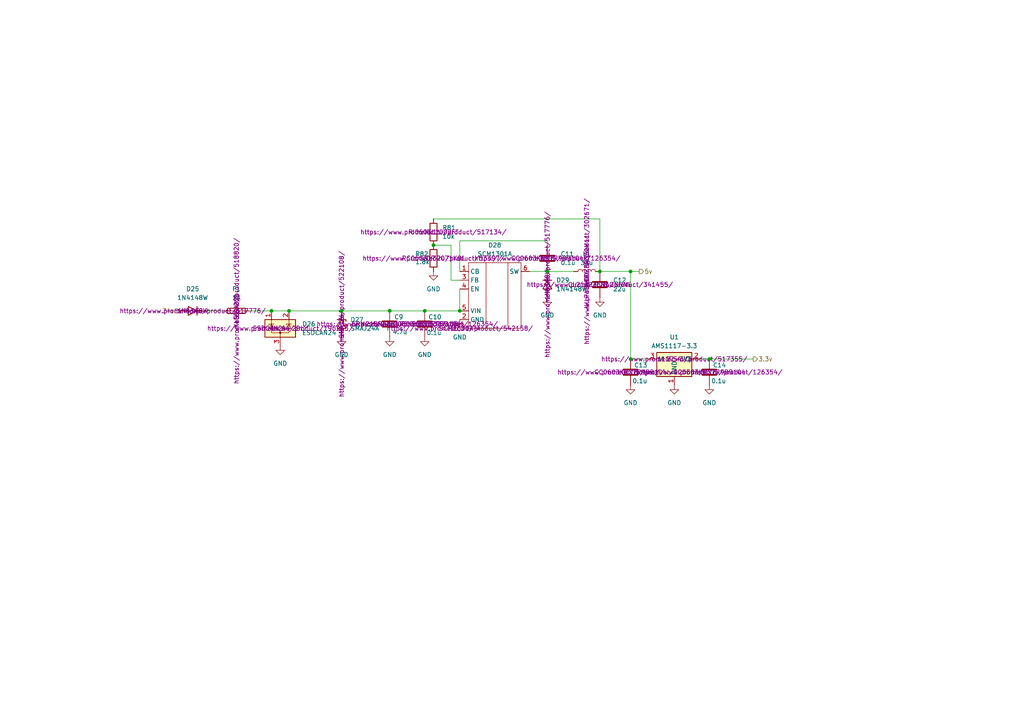
<source format=kicad_sch>
(kicad_sch (version 20250114) (generator "eeschema") (generator_version "9.0")
  (paper "A4")
  (lib_symbols
    (symbol "Device:C" (pin_numbers (hide yes)) (pin_names (offset 0.254))
      (property "Reference" "C" (at 0.635 2.54 0))
      (property "Value" "C" (at 0.635 -2.54 0))
      (symbol "C_0_1"
        (polyline (pts (xy -2.032 0.762) (xy 2.032 0.762)) (stroke (width 0.508)))
        (polyline (pts (xy -2.032 -0.762) (xy 2.032 -0.762)) (stroke (width 0.508)))
      )
      (symbol "C_1_1"
        (pin passive line (at 0 3.81 270) (length 2.794) (name "~") (number "1"))
        (pin passive line (at 0 -3.81 90) (length 2.794) (name "~") (number "2"))
      )
    )
    (symbol "Device:Fuse" (pin_numbers (hide yes)) (pin_names (offset 0))
      (property "Reference" "F" (at 2.032 0 90))
      (property "Value" "Fuse" (at -1.905 0 90))
      (symbol "Fuse_0_1"
        (rectangle (start -0.762 -2.54) (end 0.762 2.54) (stroke (width 0.254)))
        (polyline (pts (xy 0 2.54) (xy 0 -2.54)))
      )
      (symbol "Fuse_1_1"
        (pin passive line (at 0 3.81 270) (length 1.27) (name "~") (number "1"))
        (pin passive line (at 0 -3.81 90) (length 1.27) (name "~") (number "2"))
      )
    )
    (symbol "Device:L" (pin_numbers (hide yes)) (pin_names (offset 1.016) (hide yes))
      (property "Reference" "L" (at -1.27 0 90))
      (property "Value" "L" (at 1.905 0 90))
      (symbol "L_0_1"
        (arc (start 0 2.54) (mid 0.6323 1.905) (end 0 1.27))
        (arc (start 0 1.27) (mid 0.6323 0.635) (end 0 0))
        (arc (start 0 0) (mid 0.6323 -0.635) (end 0 -1.27))
        (arc (start 0 -1.27) (mid 0.6323 -1.905) (end 0 -2.54))
      )
      (symbol "L_1_1"
        (pin passive line (at 0 3.81 270) (length 1.27) (name "1") (number "1"))
        (pin passive line (at 0 -3.81 90) (length 1.27) (name "2") (number "2"))
      )
    )
    (symbol "Device:R" (pin_numbers (hide yes)) (pin_names (offset 0))
      (property "Reference" "R" (at 2.032 0 90))
      (property "Value" "R" (at 0 0 90))
      (symbol "R_0_1"
        (rectangle (start -1.016 -2.54) (end 1.016 2.54) (stroke (width 0.254)))
      )
      (symbol "R_1_1"
        (pin passive line (at 0 3.81 270) (length 1.27) (name "~") (number "1"))
        (pin passive line (at 0 -3.81 90) (length 1.27) (name "~") (number "2"))
      )
    )
    (symbol "Diode:1N4148W" (pin_numbers (hide yes)) (pin_names (hide yes))
      (property "Reference" "D" (at 0 2.54 0))
      (property "Value" "1N4148W" (at 0 -2.54 0))
      (symbol "1N4148W_0_1"
        (polyline (pts (xy -1.27 1.27) (xy -1.27 -1.27)) (stroke (width 0.254)))
        (polyline (pts (xy 1.27 1.27) (xy 1.27 -1.27) (xy -1.27 0) (xy 1.27 1.27)) (stroke (width 0.254)))
        (polyline (pts (xy 1.27 0) (xy -1.27 0)))
      )
      (symbol "1N4148W_1_1"
        (pin passive line (at -3.81 0 0) (length 2.54) (name "K") (number "1"))
        (pin passive line (at 3.81 0 180) (length 2.54) (name "A") (number "2"))
      )
    )
    (symbol "Diode:SMAJ24A" (pin_numbers (hide yes)) (pin_names (offset 1.016) (hide yes))
      (property "Reference" "D" (at 0 2.54 0))
      (property "Value" "SMAJ24A" (at 0 -2.54 0))
      (symbol "SMAJ24A_0_1"
        (polyline (pts (xy -0.762 1.27) (xy -1.27 1.27) (xy -1.27 -1.27)) (stroke (width 0.254)))
        (polyline (pts (xy 1.27 1.27) (xy 1.27 -1.27) (xy -1.27 0) (xy 1.27 1.27)) (stroke (width 0.254)))
      )
      (symbol "SMAJ24A_1_1"
        (pin passive line (at -3.81 0 0) (length 2.54) (name "A1") (number "1"))
        (pin passive line (at 3.81 0 180) (length 2.54) (name "A2") (number "2"))
      )
    )
    (symbol "E5_suply:SCM301A"
      (property "Reference" "D" (at 3.556 20.32 0))
      (property "Value" "SCM1301A" (at 0 0 0))
      (symbol "SCM301A_0_1"
        (rectangle (start 2.54 19.05) (end 17.78 0))
        (rectangle (start 7.62 19.05) (end 7.62 0))
        (rectangle (start 13.97 19.05) (end 13.97 0))
      )
      (symbol "SCM301A_1_1"
        (pin input line (at 0 16.51 0) (length 2.54) (name "CB") (number "1"))
        (pin input line (at 0 13.97 0) (length 2.54) (name "FB") (number "3"))
        (pin input line (at 0 11.43 0) (length 2.54) (name "EN") (number "4"))
        (pin power_in line (at 0 5.08 0) (length 2.54) (name "VIN") (number "5"))
        (pin power_in line (at 0 2.54 0) (length 2.54) (name "GND") (number "2"))
        (pin output line (at 20.32 16.51 180) (length 2.54) (name "SW") (number "6"))
      )
    )
    (symbol "Power_Protection:ESDA5V3L" (pin_names (hide yes))
      (property "Reference" "D" (at 5.715 2.54 0))
      (property "Value" "ESDA5V3L" (at 5.715 0.635 0))
      (symbol "ESDA5V3L_0_0"
        (pin passive line (at 0 -5.08 90) (length 2.54) (name "A") (number "3"))
      )
      (symbol "ESDA5V3L_0_1"
        (rectangle (start -4.445 2.54) (end 4.445 -2.54) (stroke (width 0.254)) (fill (type background)))
        (polyline (pts (xy -3.302 1.016) (xy -3.302 1.27) (xy -1.905 1.27) (xy -1.778 1.27)))
        (polyline (pts (xy -2.54 2.54) (xy -2.54 1.27)))
        (polyline (pts (xy -2.54 1.27) (xy -2.54 -1.27) (xy 2.54 -1.27) (xy 2.54 1.27)))
        (polyline (pts (xy -2.54 1.27) (xy -1.905 0) (xy -3.175 0) (xy -2.54 1.27)))
        (polyline (pts (xy 0 -1.27) (xy 0 -2.54)))
        (circle (center 0 -1.27) (radius 0.254) (fill (type outline)))
        (polyline (pts (xy 1.778 1.016) (xy 1.778 1.27) (xy 3.175 1.27) (xy 3.302 1.27)))
        (polyline (pts (xy 2.54 2.54) (xy 2.54 1.27)))
        (polyline (pts (xy 2.54 1.27) (xy 1.905 0) (xy 3.175 0) (xy 2.54 1.27)))
      )
      (symbol "ESDA5V3L_1_1"
        (pin passive line (at -2.54 5.08 270) (length 2.54) (name "K") (number "1"))
        (pin passive line (at 2.54 5.08 270) (length 2.54) (name "K") (number "2"))
      )
    )
    (symbol "Regulator_Linear:AMS1117-3.3"
      (property "Reference" "U" (at -3.81 3.175 0))
      (property "Value" "AMS1117-3.3" (at 0 3.175 0))
      (symbol "AMS1117-3.3_0_1"
        (rectangle (start -5.08 -5.08) (end 5.08 1.905) (stroke (width 0.254)) (fill (type background)))
      )
      (symbol "AMS1117-3.3_1_1"
        (pin power_in line (at -7.62 0 0) (length 2.54) (name "VI") (number "3"))
        (pin power_in line (at 0 -7.62 90) (length 2.54) (name "GND") (number "1"))
        (pin power_out line (at 7.62 0 180) (length 2.54) (name "VO") (number "2"))
      )
    )
    (symbol "power:GND" (power) (pin_numbers (hide yes)) (pin_names (offset 0) (hide yes))
      (property "Value" "GND" (at 0 -3.81 0))
      (symbol "GND_0_1"
        (polyline (pts (xy 0 0) (xy 0 -1.27) (xy 1.27 -1.27) (xy 0 -2.54) (xy -1.27 -1.27) (xy 0 -1.27)))
      )
      (symbol "GND_1_1"
        (pin power_in line (at 0 0 270) (length 0) (name "~") (number "1"))
      )
    )
  )
  (junction (at 123.19 90.17))
  (junction (at 205.74 104.14))
  (junction (at 83.82 90.17))
  (junction (at 99.06 90.17))
  (junction (at 182.88 78.74))
  (junction (at 133.35 90.17))
  (junction (at 125.73 71.12))
  (junction (at 158.75 78.74))
  (junction (at 182.88 104.14))
  (junction (at 78.74 90.17))
  (junction (at 173.99 78.74))
  (junction (at 113.03 90.17))
  (wire (pts (xy 173.99 78.74) (xy 173.99 63.5)))
  (wire (pts (xy 158.75 71.12) (xy 158.75 69.85)))
  (wire (pts (xy 123.19 90.17) (xy 133.35 90.17)))
  (wire (pts (xy 99.06 90.17) (xy 113.03 90.17)))
  (wire (pts (xy 205.74 104.14) (xy 218.44 104.14)))
  (wire (pts (xy 173.99 78.74) (xy 182.88 78.74)))
  (wire (pts (xy 125.73 71.12) (xy 130.81 71.12)))
  (wire (pts (xy 182.88 104.14) (xy 187.96 104.14)))
  (wire (pts (xy 130.81 71.12) (xy 130.81 81.28)))
  (wire (pts (xy 59.69 90.17) (xy 64.77 90.17)))
  (wire (pts (xy 83.82 90.17) (xy 99.06 90.17)))
  (wire (pts (xy 133.35 69.85) (xy 133.35 78.74)))
  (wire (pts (xy 158.75 78.74) (xy 166.37 78.74)))
  (wire (pts (xy 78.74 90.17) (xy 83.82 90.17)))
  (wire (pts (xy 182.88 78.74) (xy 182.88 104.14)))
  (wire (pts (xy 203.2 104.14) (xy 205.74 104.14)))
  (wire (pts (xy 72.39 90.17) (xy 78.74 90.17)))
  (wire (pts (xy 158.75 69.85) (xy 133.35 69.85)))
  (wire (pts (xy 133.35 83.82) (xy 133.35 90.17)))
  (wire (pts (xy 113.03 90.17) (xy 123.19 90.17)))
  (wire (pts (xy 130.81 81.28) (xy 133.35 81.28)))
  (wire (pts (xy 153.67 78.74) (xy 158.75 78.74)))
  (wire (pts (xy 182.88 78.74) (xy 185.42 78.74)))
  (wire (pts (xy 125.73 63.5) (xy 173.99 63.5)))
  (hierarchical_label "3.3v" (shape output) (at 218.44 104.14 0))
  (hierarchical_label "5v" (shape output) (at 185.42 78.74 0))
  (hierarchical_label "24v" (shape input) (at 52.07 90.17 180))
  (symbol (lib_id "power:GND") (at 81.28 100.33 0) (unit 1)
    (property "Reference" "#PWR061" (effects (hide yes)))
    (property "Value" "GND" (at 81.28 105.41 0))
    (property "Description" "Power symbol creates a global label with name \"GND\" , ground" (effects (hide yes)))
  )
  (symbol (lib_id "Device:C") (at 173.99 82.55 0) (unit 1)
    (property "Reference" "C12" (at 177.8 81.2799 0) (effects (justify left)))
    (property "Value" "22u" (at 177.8 83.8199 0) (effects (justify left)))
    (property "Footprint" "Capacitor_SMD:C_0805_2012Metric" (effects (hide yes)))
    (property "Description" "Unpolarized capacitor" (effects (hide yes)))
    (property "Promelec" "https://www.promelec.ru/product/341455/" (at 173.99 82.55 0))
    (property "Название" "CL21A226MAQNNNE" (at 173.99 82.55 0))
    (property "Цена" "3,78" (at 173.99 82.55 0))
  )
  (symbol (lib_id "Diode:1N4148W") (at 158.75 82.55 270) (unit 1)
    (property "Reference" "D29" (at 161.29 81.2799 90) (effects (justify left)))
    (property "Value" "1N4148W" (at 161.29 83.8199 90) (effects (justify left)))
    (property "Footprint" "Diode_SMD:D_SOD-123" (effects (hide yes)))
    (property "Datasheet" "https://www.vishay.com/docs/85748/1n4148w.pdf" (effects (hide yes)))
    (property "Description" "75V 0.15A Fast Switching Diode, SOD-123" (effects (hide yes)))
    (property "Sim.Device" "D" (effects (hide yes)))
    (property "Sim.Pins" "1=K 2=A" (effects (hide yes)))
    (property "Promelec" "https://www.promelec.ru/product/517776/" (at 158.75 82.55 0))
    (property "Название" "1N4148W" (at 158.75 82.55 0))
    (property "Цена" "0,46" (at 158.75 82.55 0))
  )
  (symbol (lib_id "power:GND") (at 173.99 86.36 0) (unit 1)
    (property "Reference" "#PWR068" (effects (hide yes)))
    (property "Value" "GND" (at 173.99 91.44 0))
    (property "Description" "Power symbol creates a global label with name \"GND\" , ground" (effects (hide yes)))
  )
  (symbol (lib_id "Device:R") (at 125.73 67.31 180) (unit 1)
    (property "Reference" "R81" (at 128.27 66.0399 0) (effects (justify right)))
    (property "Value" "10k" (at 128.27 68.5799 0) (effects (justify right)))
    (property "Footprint" "Resistor_SMD:R_0603_1608Metric" (effects (hide yes)))
    (property "Description" "Resistor" (effects (hide yes)))
    (property "Promelec" "https://www.promelec.ru/product/517134/" (at 125.73 67.31 0))
    (property "Название" "RI0603L1002FT" (at 125.73 67.31 0))
    (property "Цена" "0.11" (at 125.73 67.31 0))
  )
  (symbol (lib_id "Device:C") (at 123.19 93.98 0) (unit 1)
    (property "Reference" "C10" (at 124.206 91.948 0) (effects (justify left)))
    (property "Value" "0.1u" (at 123.698 96.52 0) (effects (justify left)))
    (property "Footprint" "Capacitor_SMD:C_0603_1608Metric" (effects (hide yes)))
    (property "Description" "Unpolarized capacitor" (effects (hide yes)))
    (property "Promelec" "https://www.promelec.ru/product/126354/" (at 123.19 93.98 0))
    (property "Название" "CC0603KRX7R9BB104" (at 123.19 93.98 0))
    (property "Цена" "0,78" (at 123.19 93.98 0))
  )
  (symbol (lib_id "Device:C") (at 158.75 74.93 0) (unit 1)
    (property "Reference" "C11" (at 162.56 73.6599 0) (effects (justify left)))
    (property "Value" "0.1u" (at 162.56 76.1999 0) (effects (justify left)))
    (property "Footprint" "Capacitor_SMD:C_0603_1608Metric" (effects (hide yes)))
    (property "Description" "Unpolarized capacitor" (effects (hide yes)))
    (property "Promelec" "https://www.promelec.ru/product/126354/" (at 158.75 74.93 0))
    (property "Название" "CC0603KRX7R9BB104" (at 158.75 74.93 0))
    (property "Цена" "0,78" (at 158.75 74.93 0))
  )
  (symbol (lib_id "power:GND") (at 123.19 97.79 0) (unit 1)
    (property "Reference" "#PWR064" (effects (hide yes)))
    (property "Value" "GND" (at 123.19 102.87 0))
    (property "Description" "Power symbol creates a global label with name \"GND\" , ground" (effects (hide yes)))
  )
  (symbol (lib_id "Power_Protection:ESDA5V3L") (at 81.28 95.25 0) (unit 1)
    (property "Reference" "D26" (at 87.63 93.9799 0) (effects (justify left)))
    (property "Value" "ESDCAN24" (at 87.63 96.5199 0) (effects (justify left)))
    (property "Footprint" "Package_TO_SOT_SMD:SOT-23-3" (effects (hide yes)))
    (property "Description" "https://www.promelec.ru/product/196213/" (effects (hide yes)))
    (property "Promelec" "https://www.promelec.ru/product/196213/" (at 81.28 95.25 0))
    (property "Название" "ESDCAN24-2BLY" (at 81.28 95.25 0))
    (property "Цена" "14,64" (at 81.28 95.25 0))
  )
  (symbol (lib_id "Device:Fuse") (at 68.58 90.17 90) (unit 1)
    (property "Reference" "F1" (at 68.58 83.82 90))
    (property "Value" "1A" (at 68.58 86.36 90))
    (property "Footprint" "Fuse:Fuseholder_Clip-5x20mm_Eaton_1A5601-01_Inline_P20.80x6.76mm_D1.70mm_Horizontal" (effects (hide yes)))
    (property "Description" "Fuse" (effects (hide yes)))
    (property "Promelec" "https://www.promelec.ru/product/518820/" (at 68.58 90.17 0))
    (property "Название" "KLS5-266" (at 68.58 90.17 0))
    (property "Цена" "=5.94*2" (at 68.58 90.17 0))
  )
  (symbol (lib_id "Diode:1N4148W") (at 55.88 90.17 180) (unit 1)
    (property "Reference" "D25" (at 55.88 83.82 0))
    (property "Value" "1N4148W" (at 55.88 86.36 0))
    (property "Footprint" "Diode_SMD:D_SOD-123" (effects (hide yes)))
    (property "Datasheet" "https://www.vishay.com/docs/85748/1n4148w.pdf" (effects (hide yes)))
    (property "Description" "75V 0.15A Fast Switching Diode, SOD-123" (effects (hide yes)))
    (property "Sim.Device" "D" (effects (hide yes)))
    (property "Sim.Pins" "1=K 2=A" (effects (hide yes)))
    (property "Promelec" "https://www.promelec.ru/product/517776/" (at 55.88 90.17 0))
    (property "Название" "1N4148W" (at 55.88 90.17 0))
    (property "Цена" "0,46" (at 55.88 90.17 0))
  )
  (symbol (lib_id "power:GND") (at 195.58 111.76 0) (unit 1)
    (property "Reference" "#PWR071" (effects (hide yes)))
    (property "Value" "GND" (at 195.58 116.84 0))
    (property "Description" "Power symbol creates a global label with name \"GND\" , ground" (effects (hide yes)))
  )
  (symbol (lib_id "E5_suply:SCM301A") (at 133.35 95.25 0) (unit 1)
    (property "Reference" "D28" (at 143.51 71.12 0))
    (property "Value" "SCM1301A" (at 143.51 73.66 0))
    (property "Footprint" "Package_TO_SOT_SMD:TSOT-23-6" (effects (hide yes)))
    (property "Promelec" "https://www.promelec.ru/product/542158/" (at 133.35 95.25 0))
    (property "Название" "SCM1301ATA" (at 133.35 95.25 0))
    (property "Цена" "15,30" (at 133.35 95.25 0))
  )
  (symbol (lib_id "Device:R") (at 125.73 74.93 180) (unit 1)
    (property "Reference" "R82" (at 120.396 73.66 0) (effects (justify right)))
    (property "Value" "1.8k" (at 120.396 75.946 0) (effects (justify right)))
    (property "Footprint" "Resistor_SMD:R_0603_1608Metric" (effects (hide yes)))
    (property "Description" "Resistor" (effects (hide yes)))
    (property "Promelec" "https://www.promelec.ru/product/53397/" (at 125.73 74.93 0))
    (property "Название" "RC0603JR-071K8L" (at 125.73 74.93 0))
    (property "Цена" "0.32" (at 125.73 74.93 0))
  )
  (symbol (lib_id "power:GND") (at 133.35 92.71 0) (unit 1)
    (property "Reference" "#PWR066" (effects (hide yes)))
    (property "Value" "GND" (at 133.35 97.79 0))
    (property "Description" "Power symbol creates a global label with name \"GND\" , ground" (effects (hide yes)))
  )
  (symbol (lib_id "power:GND") (at 205.74 111.76 0) (unit 1)
    (property "Reference" "#PWR070" (effects (hide yes)))
    (property "Value" "GND" (at 205.74 116.84 0))
    (property "Description" "Power symbol creates a global label with name \"GND\" , ground" (effects (hide yes)))
  )
  (symbol (lib_id "power:GND") (at 182.88 111.76 0) (unit 1)
    (property "Reference" "#PWR069" (effects (hide yes)))
    (property "Value" "GND" (at 182.88 116.84 0))
    (property "Description" "Power symbol creates a global label with name \"GND\" , ground" (effects (hide yes)))
  )
  (symbol (lib_id "power:GND") (at 158.75 86.36 0) (unit 1)
    (property "Reference" "#PWR067" (effects (hide yes)))
    (property "Value" "GND" (at 158.75 91.44 0))
    (property "Description" "Power symbol creates a global label with name \"GND\" , ground" (effects (hide yes)))
  )
  (symbol (lib_id "Device:L") (at 170.18 78.74 90) (unit 1)
    (property "Reference" "L1" (at 170.18 73.66 90))
    (property "Value" "33u" (at 170.18 76.2 90))
    (property "Footprint" "Inductor_SMD:L_Vishay_IHLP-4040" (effects (hide yes)))
    (property "Description" "IHLP4040DZER330M11" (effects (hide yes)))
    (property "Promelec" "https://www.promelec.ru/product/302671/" (at 170.18 78.74 0))
    (property "Название" "IHLP4040DZER330M11" (at 170.18 78.74 0))
    (property "Цена" "104.34" (at 170.18 78.74 0))
  )
  (symbol (lib_id "Regulator_Linear:AMS1117-3.3") (at 195.58 104.14 0) (unit 1)
    (property "Reference" "U1" (at 195.58 97.79 0))
    (property "Value" "AMS1117-3.3" (at 195.58 100.33 0))
    (property "Footprint" "Package_TO_SOT_SMD:SOT-223-3_TabPin2" (effects (hide yes)))
    (property "Datasheet" "http://www.advanced-monolithic.com/pdf/ds1117.pdf" (effects (hide yes)))
    (property "Description" "1A Low Dropout regulator, positive, 3.3V fixed output, SOT-223" (effects (hide yes)))
    (property "Promelec" "https://www.promelec.ru/product/517355/" (at 195.58 104.14 0))
    (property "Название" "1117-3V3" (at 195.58 104.14 0))
    (property "Цена" "3.54" (at 195.58 104.14 0))
  )
  (symbol (lib_id "Diode:SMAJ24A") (at 99.06 93.98 270) (unit 1)
    (property "Reference" "D27" (at 101.6 92.7099 90) (effects (justify left)))
    (property "Value" "SMAJ24A" (at 101.6 95.2499 90) (effects (justify left)))
    (property "Footprint" "Diode_SMD:D_SMA" (effects (hide yes)))
    (property "Datasheet" "https://www.littelfuse.com/media?resourcetype=datasheets&itemid=75e32973-b177-4ee3-a0ff-cedaf1abdb93&filename=smaj-datasheet" (effects (hide yes)))
    (property "Description" "400W unidirectional Transient Voltage Suppressor, 24.0Vr, SMA(DO-214AC)" (effects (hide yes)))
    (property "Promelec" "https://www.promelec.ru/product/522108/" (at 99.06 93.98 0))
    (property "Название" "SMAJ24A" (at 99.06 93.98 0))
    (property "Цена" "2,16" (at 99.06 93.98 0))
  )
  (symbol (lib_id "Device:C") (at 113.03 93.98 0) (unit 1)
    (property "Reference" "C9" (at 114.3 91.948 0) (effects (justify left)))
    (property "Value" "4.7u" (at 113.792 96.266 0) (effects (justify left)))
    (property "Footprint" "Capacitor_SMD:C_0805_2012Metric" (effects (hide yes)))
    (property "Description" "Unpolarized capacitor" (effects (hide yes)))
    (property "Promelec" "https://www.promelec.ru/product/337108/" (at 113.03 93.98 0))
    (property "Название" "GRM21BR61H475KE51L" (at 113.03 93.98 0))
    (property "Цена" "5,82" (at 113.03 93.98 0))
  )
  (symbol (lib_id "power:GND") (at 99.06 97.79 0) (unit 1)
    (property "Reference" "#PWR062" (effects (hide yes)))
    (property "Value" "GND" (at 99.06 102.87 0))
    (property "Description" "Power symbol creates a global label with name \"GND\" , ground" (effects (hide yes)))
  )
  (symbol (lib_id "power:GND") (at 125.73 78.74 0) (unit 1)
    (property "Reference" "#PWR065" (effects (hide yes)))
    (property "Value" "GND" (at 125.73 83.82 0))
    (property "Description" "Power symbol creates a global label with name \"GND\" , ground" (effects (hide yes)))
  )
  (symbol (lib_id "Device:C") (at 205.74 107.95 0) (unit 1)
    (property "Reference" "C14" (at 206.756 105.918 0) (effects (justify left)))
    (property "Value" "0.1u" (at 206.248 110.49 0) (effects (justify left)))
    (property "Footprint" "Capacitor_SMD:C_0603_1608Metric" (effects (hide yes)))
    (property "Description" "Unpolarized capacitor" (effects (hide yes)))
    (property "Promelec" "https://www.promelec.ru/product/126354/" (at 205.74 107.95 0))
    (property "Название" "CC0603KRX7R9BB104" (at 205.74 107.95 0))
    (property "Цена" "0,78" (at 205.74 107.95 0))
  )
  (symbol (lib_id "Device:C") (at 182.88 107.95 0) (unit 1)
    (property "Reference" "C13" (at 183.896 105.918 0) (effects (justify left)))
    (property "Value" "0.1u" (at 183.388 110.49 0) (effects (justify left)))
    (property "Footprint" "Capacitor_SMD:C_0603_1608Metric" (effects (hide yes)))
    (property "Description" "Unpolarized capacitor" (effects (hide yes)))
    (property "Promelec" "https://www.promelec.ru/product/126354/" (at 182.88 107.95 0))
    (property "Название" "CC0603KRX7R9BB104" (at 182.88 107.95 0))
    (property "Цена" "0,78" (at 182.88 107.95 0))
  )
  (symbol (lib_id "power:GND") (at 113.03 97.79 0) (unit 1)
    (property "Reference" "#PWR063" (effects (hide yes)))
    (property "Value" "GND" (at 113.03 102.87 0))
    (property "Description" "Power symbol creates a global label with name \"GND\" , ground" (effects (hide yes)))
  )
)
</source>
